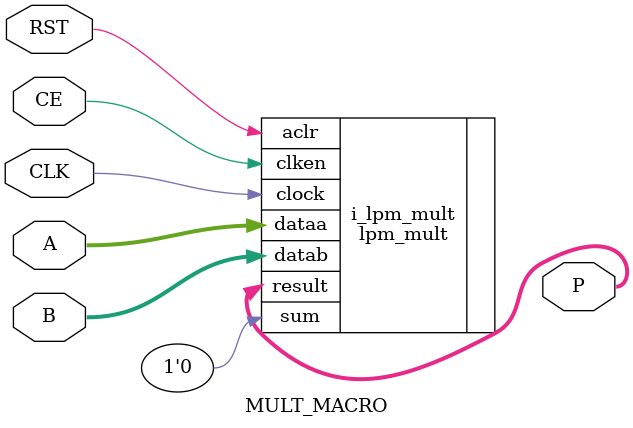
<source format=v>

`timescale 1ps/1ps

module MULT_MACRO (

  CE,
  RST,
  CLK,
  A,
  B,
  P);

  parameter   LATENCY = 1;
  parameter   WIDTH_A = 16;
  parameter   WIDTH_B = 16;

  localparam  WIDTH_P = WIDTH_A + WIDTH_B;

  input                   CE;
  input                   RST;
  input                   CLK;

  input   [WIDTH_A-1:0]   A;
  input   [WIDTH_B-1:0]   B;
  output  [WIDTH_P-1:0]   P;

  lpm_mult #(
    .lpm_type ("lpm_mult"),
    .lpm_widtha (WIDTH_A),
    .lpm_widthb (WIDTH_B),
    .lpm_widthp (WIDTH_P),
    .lpm_representation ("SIGNED"),
    .lpm_pipeline (LATENCY))
  i_lpm_mult (
    .clken (CE),
    .aclr (RST),
    .sum (1'b0),
    .clock (CLK),
    .dataa (A),
    .datab (B),
    .result (P));

endmodule
</source>
